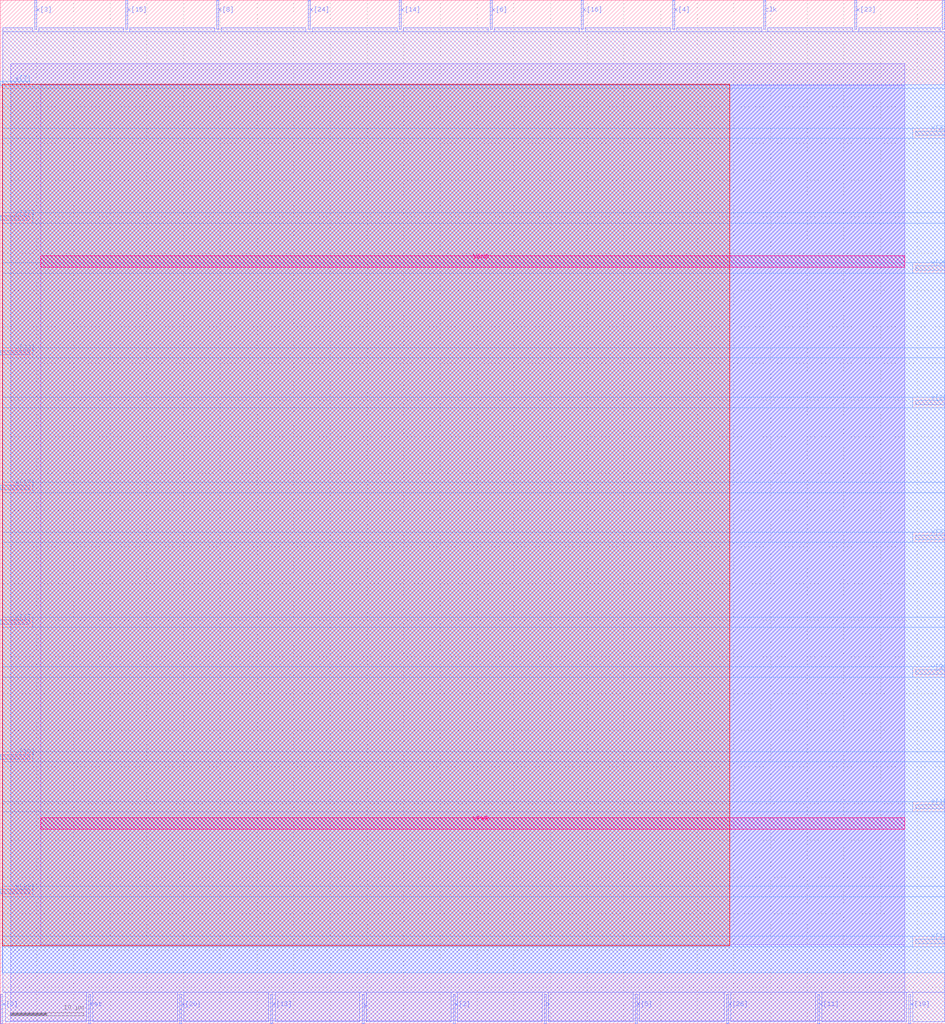
<source format=lef>
VERSION 5.7 ;
  NAMESCASESENSITIVE ON ;
  NOWIREEXTENSIONATPIN ON ;
  DIVIDERCHAR "/" ;
  BUSBITCHARS "[]" ;
UNITS
  DATABASE MICRONS 200 ;
END UNITS

MACRO spm
  CLASS BLOCK ;
  FOREIGN spm ;
  ORIGIN 0.000 0.000 ;
  SIZE 128.805 BY 139.525 ;
  PIN clk
    DIRECTION INPUT ;
    PORT
      LAYER met2 ;
        RECT 104.050 135.525 104.330 139.525 ;
    END
  END clk
  PIN p
    DIRECTION OUTPUT TRISTATE ;
    PORT
      LAYER met2 ;
        RECT 74.150 0.000 74.430 4.000 ;
    END
  END p
  PIN rst
    DIRECTION INPUT ;
    PORT
      LAYER met2 ;
        RECT 12.050 0.000 12.330 4.000 ;
    END
  END rst
  PIN x[0]
    DIRECTION INPUT ;
    PORT
      LAYER met2 ;
        RECT 0.090 0.000 0.370 4.000 ;
    END
  END x[0]
  PIN x[10]
    DIRECTION INPUT ;
    PORT
      LAYER met3 ;
        RECT 0.000 36.080 4.000 36.680 ;
    END
  END x[10]
  PIN x[11]
    DIRECTION INPUT ;
    PORT
      LAYER met2 ;
        RECT 111.410 0.000 111.690 4.000 ;
    END
  END x[11]
  PIN x[12]
    DIRECTION INPUT ;
    PORT
      LAYER met3 ;
        RECT 124.805 10.920 128.805 11.520 ;
    END
  END x[12]
  PIN x[13]
    DIRECTION INPUT ;
    PORT
      LAYER met2 ;
        RECT 36.890 0.000 37.170 4.000 ;
    END
  END x[13]
  PIN x[14]
    DIRECTION INPUT ;
    PORT
      LAYER met2 ;
        RECT 54.370 135.525 54.650 139.525 ;
    END
  END x[14]
  PIN x[15]
    DIRECTION INPUT ;
    PORT
      LAYER met2 ;
        RECT 17.110 135.525 17.390 139.525 ;
    END
  END x[15]
  PIN x[16]
    DIRECTION INPUT ;
    PORT
      LAYER met2 ;
        RECT 79.210 135.525 79.490 139.525 ;
    END
  END x[16]
  PIN x[17]
    DIRECTION INPUT ;
    PORT
      LAYER met3 ;
        RECT 0.000 72.800 4.000 73.400 ;
    END
  END x[17]
  PIN x[18]
    DIRECTION INPUT ;
    PORT
      LAYER met3 ;
        RECT 124.805 29.280 128.805 29.880 ;
    END
  END x[18]
  PIN x[19]
    DIRECTION INPUT ;
    PORT
      LAYER met2 ;
        RECT 123.830 0.000 124.110 4.000 ;
    END
  END x[19]
  PIN x[1]
    DIRECTION INPUT ;
    PORT
      LAYER met3 ;
        RECT 0.000 54.440 4.000 55.040 ;
    END
  END x[1]
  PIN x[20]
    DIRECTION INPUT ;
    PORT
      LAYER met2 ;
        RECT 24.470 0.000 24.750 4.000 ;
    END
  END x[20]
  PIN x[21]
    DIRECTION INPUT ;
    PORT
      LAYER met3 ;
        RECT 124.805 121.080 128.805 121.680 ;
    END
  END x[21]
  PIN x[22]
    DIRECTION INPUT ;
    PORT
      LAYER met3 ;
        RECT 0.000 91.160 4.000 91.760 ;
    END
  END x[22]
  PIN x[23]
    DIRECTION INPUT ;
    PORT
      LAYER met2 ;
        RECT 116.470 135.525 116.750 139.525 ;
    END
  END x[23]
  PIN x[24]
    DIRECTION INPUT ;
    PORT
      LAYER met2 ;
        RECT 41.950 135.525 42.230 139.525 ;
    END
  END x[24]
  PIN x[25]
    DIRECTION INPUT ;
    PORT
      LAYER met3 ;
        RECT 124.805 102.720 128.805 103.320 ;
    END
  END x[25]
  PIN x[26]
    DIRECTION INPUT ;
    PORT
      LAYER met2 ;
        RECT 98.990 0.000 99.270 4.000 ;
    END
  END x[26]
  PIN x[27]
    DIRECTION INPUT ;
    PORT
      LAYER met3 ;
        RECT 0.000 109.520 4.000 110.120 ;
    END
  END x[27]
  PIN x[28]
    DIRECTION INPUT ;
    PORT
      LAYER met3 ;
        RECT 124.805 84.360 128.805 84.960 ;
    END
  END x[28]
  PIN x[29]
    DIRECTION INPUT ;
    PORT
      LAYER met3 ;
        RECT 0.000 17.720 4.000 18.320 ;
    END
  END x[29]
  PIN x[2]
    DIRECTION INPUT ;
    PORT
      LAYER met2 ;
        RECT 61.730 0.000 62.010 4.000 ;
    END
  END x[2]
  PIN x[30]
    DIRECTION INPUT ;
    PORT
      LAYER met3 ;
        RECT 124.805 47.640 128.805 48.240 ;
    END
  END x[30]
  PIN x[31]
    DIRECTION INPUT ;
    PORT
      LAYER met3 ;
        RECT 124.805 66.000 128.805 66.600 ;
    END
  END x[31]
  PIN x[3]
    DIRECTION INPUT ;
    PORT
      LAYER met2 ;
        RECT 4.690 135.525 4.970 139.525 ;
    END
  END x[3]
  PIN x[4]
    DIRECTION INPUT ;
    PORT
      LAYER met2 ;
        RECT 91.630 135.525 91.910 139.525 ;
    END
  END x[4]
  PIN x[5]
    DIRECTION INPUT ;
    PORT
      LAYER met2 ;
        RECT 86.570 0.000 86.850 4.000 ;
    END
  END x[5]
  PIN x[6]
    DIRECTION INPUT ;
    PORT
      LAYER met2 ;
        RECT 66.790 135.525 67.070 139.525 ;
    END
  END x[6]
  PIN x[7]
    DIRECTION INPUT ;
    PORT
      LAYER met3 ;
        RECT 0.000 127.880 4.000 128.480 ;
    END
  END x[7]
  PIN x[8]
    DIRECTION INPUT ;
    PORT
      LAYER met2 ;
        RECT 29.530 135.525 29.810 139.525 ;
    END
  END x[8]
  PIN x[9]
    DIRECTION INPUT ;
    PORT
      LAYER met2 ;
        RECT 128.430 135.525 128.710 139.525 ;
    END
  END x[9]
  PIN y
    DIRECTION INPUT ;
    PORT
      LAYER met2 ;
        RECT 49.310 0.000 49.590 4.000 ;
    END
  END y
  PIN VPWR
    DIRECTION INPUT ;
    USE POWER ;
    PORT
      LAYER met5 ;
        RECT 5.520 26.490 123.280 28.090 ;
    END
  END VPWR
  PIN VGND
    DIRECTION INPUT ;
    USE GROUND ;
    PORT
      LAYER met5 ;
        RECT 5.520 103.080 123.280 104.680 ;
    END
  END VGND
  OBS
      LAYER li1 ;
        RECT 5.520 10.795 123.280 127.925 ;
      LAYER met1 ;
        RECT 1.450 0.380 123.280 130.860 ;
      LAYER met2 ;
        RECT 0.370 135.245 4.410 135.730 ;
        RECT 5.250 135.245 16.830 135.730 ;
        RECT 17.670 135.245 29.250 135.730 ;
        RECT 30.090 135.245 41.670 135.730 ;
        RECT 42.510 135.245 54.090 135.730 ;
        RECT 54.930 135.245 66.510 135.730 ;
        RECT 67.350 135.245 78.930 135.730 ;
        RECT 79.770 135.245 91.350 135.730 ;
        RECT 92.190 135.245 103.770 135.730 ;
        RECT 104.610 135.245 116.190 135.730 ;
        RECT 117.030 135.245 128.150 135.730 ;
        RECT 0.370 4.280 128.710 135.245 ;
        RECT 0.650 0.270 11.770 4.280 ;
        RECT 12.610 0.270 24.190 4.280 ;
        RECT 25.030 0.270 36.610 4.280 ;
        RECT 37.450 0.270 49.030 4.280 ;
        RECT 49.870 0.270 61.450 4.280 ;
        RECT 62.290 0.270 73.870 4.280 ;
        RECT 74.710 0.270 86.290 4.280 ;
        RECT 87.130 0.270 98.710 4.280 ;
        RECT 99.550 0.270 111.130 4.280 ;
        RECT 111.970 0.270 123.550 4.280 ;
        RECT 124.390 0.270 128.710 4.280 ;
      LAYER met3 ;
        RECT 4.400 127.480 128.735 128.005 ;
        RECT 0.270 122.080 128.735 127.480 ;
        RECT 0.270 120.680 124.405 122.080 ;
        RECT 0.270 110.520 128.735 120.680 ;
        RECT 4.400 109.120 128.735 110.520 ;
        RECT 0.270 103.720 128.735 109.120 ;
        RECT 0.270 102.320 124.405 103.720 ;
        RECT 0.270 92.160 128.735 102.320 ;
        RECT 4.400 90.760 128.735 92.160 ;
        RECT 0.270 85.360 128.735 90.760 ;
        RECT 0.270 83.960 124.405 85.360 ;
        RECT 0.270 73.800 128.735 83.960 ;
        RECT 4.400 72.400 128.735 73.800 ;
        RECT 0.270 67.000 128.735 72.400 ;
        RECT 0.270 65.600 124.405 67.000 ;
        RECT 0.270 55.440 128.735 65.600 ;
        RECT 4.400 54.040 128.735 55.440 ;
        RECT 0.270 48.640 128.735 54.040 ;
        RECT 0.270 47.240 124.405 48.640 ;
        RECT 0.270 37.080 128.735 47.240 ;
        RECT 4.400 35.680 128.735 37.080 ;
        RECT 0.270 30.280 128.735 35.680 ;
        RECT 0.270 28.880 124.405 30.280 ;
        RECT 0.270 18.720 128.735 28.880 ;
        RECT 4.400 17.320 128.735 18.720 ;
        RECT 0.270 11.920 128.735 17.320 ;
        RECT 0.270 10.520 124.405 11.920 ;
        RECT 0.270 6.975 128.735 10.520 ;
      LAYER met4 ;
        RECT 0.295 10.640 99.440 128.080 ;
  END
END spm
END LIBRARY


</source>
